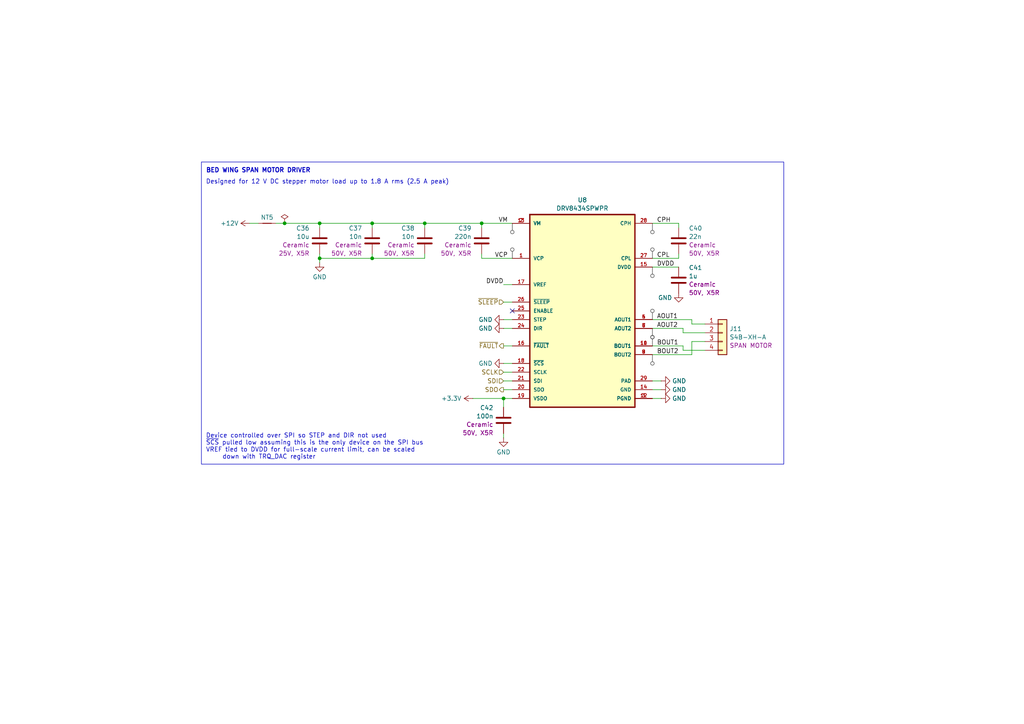
<source format=kicad_sch>
(kicad_sch (version 20250114) (generator "eeschema") (generator_version "9.0")
  (paper "A4")
  (title_block (title "Bed Lift Controller") (date "2025-10") (rev "v0.2") (company "Brown Studios LLC"))
  (lib_symbols
    (symbol "Connector_Generic:Conn_01x04" (pin_names (offset 1.016) (hide yes))
      (property "Reference" "J" (at 0 5.08 0))
      (property "Value" "Conn_01x04" (at 0 -7.62 0))
      (symbol "Conn_01x04_1_1"
        (rectangle (start -1.27 3.81) (end 1.27 -6.35) (stroke (width 0.254)) (fill (type background)))
        (rectangle (start -1.27 2.667) (end 0 2.413) (stroke (width 0.1524)))
        (rectangle (start -1.27 0.127) (end 0 -0.127) (stroke (width 0.1524)))
        (rectangle (start -1.27 -2.413) (end 0 -2.667) (stroke (width 0.1524)))
        (rectangle (start -1.27 -4.953) (end 0 -5.207) (stroke (width 0.1524)))
        (pin passive line (at -5.08 2.54 0) (length 3.81) (name "Pin_1") (number "1"))
        (pin passive line (at -5.08 0 0) (length 3.81) (name "Pin_2") (number "2"))
        (pin passive line (at -5.08 -2.54 0) (length 3.81) (name "Pin_3") (number "3"))
        (pin passive line (at -5.08 -5.08 0) (length 3.81) (name "Pin_4") (number "4"))
      )
    )
    (symbol "DRV8434SPWPR:DRV8434SPWPR" (pin_names (offset 1.016))
      (property "Reference" "U" (at -14.986 31.242 0))
      (property "Value" "DRV8434SPWPR" (at -15.24 -29.4 0))
      (symbol "DRV8434SPWPR_0_0"
        (rectangle (start -15.24 30.48) (end 15.24 -25.4) (stroke (width 0.41)) (fill (type background)))
        (pin power_in line (at -20.32 27.94 0) (length 5.08) (name "VM") (number "2"))
        (pin power_out line (at -20.32 17.78 0) (length 5.08) (name "VCP") (number "1"))
        (pin input line (at -20.32 10.16 0) (length 5.08) (name "VREF") (number "17"))
        (pin input line (at -20.32 5.08 0) (length 5.08) (name "~{SLEEP}") (number "26"))
        (pin input line (at -20.32 2.54 0) (length 5.08) (name "ENABLE") (number "25"))
        (pin input line (at -20.32 -2.54 0) (length 5.08) (name "DIR") (number "24"))
        (pin power_out line (at 20.32 27.94 180) (length 5.08) (name "CPH") (number "28"))
        (pin power_out line (at 20.32 17.78 180) (length 5.08) (name "CPL") (number "27"))
        (pin passive line (at 20.32 -17.78 180) (length 5.08) (name "PAD") (number "29"))
        (pin power_in line (at 20.32 -20.32 180) (length 5.08) (name "GND") (number "14"))
        (pin power_in line (at 20.32 -22.86 180) (length 5.08) (name "PGND") (number "3"))
      )
      (symbol "DRV8434SPWPR_1_0"
        (pin power_in line (at -20.32 27.94 0) (length 5.08) (name "VM") (number "13"))
        (pin input line (at -20.32 0 0) (length 5.08) (name "STEP") (number "23"))
        (pin open_collector line (at -20.32 -7.62 0) (length 5.08) (name "~{FAULT}") (number "16"))
        (pin input line (at -20.32 -12.7 0) (length 5.08) (name "~{SCS}") (number "18"))
        (pin input line (at -20.32 -15.24 0) (length 5.08) (name "SCLK") (number "22"))
        (pin input line (at -20.32 -17.78 0) (length 5.08) (name "SDI") (number "21"))
        (pin output line (at -20.32 -20.32 0) (length 5.08) (name "SDO") (number "20"))
        (pin power_in line (at -20.32 -22.86 0) (length 5.08) (name "VSDO") (number "19"))
        (pin power_out line (at 20.32 15.24 180) (length 5.08) (name "DVDD") (number "15"))
        (pin power_out line (at 20.32 0 180) (length 5.08) (name "AOUT1") (number "4"))
        (pin power_out line (at 20.32 0 180) (length 5.08) (name "AOUT1") (number "5"))
        (pin power_out line (at 20.32 -2.54 180) (length 5.08) (name "AOUT2") (number "6"))
        (pin power_out line (at 20.32 -2.54 180) (length 5.08) (name "AOUT2") (number "7"))
        (pin power_out line (at 20.32 -7.62 180) (length 5.08) (name "BOUT1") (number "10"))
        (pin power_out line (at 20.32 -7.62 180) (length 5.08) (name "BOUT1") (number "11"))
        (pin power_out line (at 20.32 -10.16 180) (length 5.08) (name "BOUT2") (number "8"))
        (pin power_out line (at 20.32 -10.16 180) (length 5.08) (name "BOUT2") (number "9"))
        (pin power_in line (at 20.32 -22.86 180) (length 5.08) (name "PGND") (number "12"))
      )
    )
    (symbol "Device:C" (pin_numbers (hide yes)) (pin_names (offset 0.254))
      (property "Reference" "C" (at 0.635 2.54 0))
      (property "Value" "C" (at 0.635 -2.54 0))
      (symbol "C_0_1"
        (polyline (pts (xy -2.032 0.762) (xy 2.032 0.762)) (stroke (width 0.508)))
        (polyline (pts (xy -2.032 -0.762) (xy 2.032 -0.762)) (stroke (width 0.508)))
      )
      (symbol "C_1_1"
        (pin passive line (at 0 3.81 270) (length 2.794) (name "~") (number "1"))
        (pin passive line (at 0 -3.81 90) (length 2.794) (name "~") (number "2"))
      )
    )
    (symbol "Device:NetTie_2" (pin_numbers (hide yes)) (pin_names (offset 0) (hide yes)) (in_bom no)
      (property "Reference" "NT" (at 0 1.27 0))
      (property "Value" "NetTie_2" (at 0 -1.27 0))
      (symbol "NetTie_2_0_1"
        (polyline (pts (xy -1.27 0) (xy 1.27 0)) (stroke (width 0.254)))
      )
      (symbol "NetTie_2_1_1"
        (pin passive line (at -2.54 0 0) (length 2.54) (name "1") (number "1"))
        (pin passive line (at 2.54 0 180) (length 2.54) (name "2") (number "2"))
      )
    )
    (symbol "power:+12V" (power) (pin_numbers (hide yes)) (pin_names (offset 0) (hide yes))
      (property "Value" "+12V" (at 0 3.556 0))
      (symbol "+12V_0_1"
        (polyline (pts (xy -0.762 1.27) (xy 0 2.54)))
        (polyline (pts (xy 0 2.54) (xy 0.762 1.27)))
        (polyline (pts (xy 0 0) (xy 0 2.54)))
      )
      (symbol "+12V_1_1"
        (pin power_in line (at 0 0 90) (length 0) (name "~") (number "1"))
      )
    )
    (symbol "power:+3.3V" (power) (pin_numbers (hide yes)) (pin_names (offset 0) (hide yes))
      (property "Value" "+3.3V" (at 0 3.556 0))
      (symbol "+3.3V_0_1"
        (polyline (pts (xy -0.762 1.27) (xy 0 2.54)))
        (polyline (pts (xy 0 2.54) (xy 0.762 1.27)))
        (polyline (pts (xy 0 0) (xy 0 2.54)))
      )
      (symbol "+3.3V_1_1"
        (pin power_in line (at 0 0 90) (length 0) (name "~") (number "1"))
      )
    )
    (symbol "power:GND" (power) (pin_numbers (hide yes)) (pin_names (offset 0) (hide yes))
      (property "Value" "GND" (at 0 -3.81 0))
      (symbol "GND_0_1"
        (polyline (pts (xy 0 0) (xy 0 -1.27) (xy 1.27 -1.27) (xy 0 -2.54) (xy -1.27 -1.27) (xy 0 -1.27)))
      )
      (symbol "GND_1_1"
        (pin power_in line (at 0 0 270) (length 0) (name "~") (number "1"))
      )
    )
    (symbol "power:PWR_FLAG" (power) (pin_numbers (hide yes)) (pin_names (offset 0) (hide yes))
      (property "Value" "PWR_FLAG" (at 0 3.81 0))
      (symbol "PWR_FLAG_0_0"
        (pin power_out line (at 0 0 90) (length 0) (name "~") (number "1"))
      )
      (symbol "PWR_FLAG_0_1"
        (polyline (pts (xy 0 0) (xy 0 1.27) (xy -1.016 1.905) (xy 0 2.54) (xy 1.016 1.905) (xy 0 1.27)))
      )
    )
  )
  (rectangle (start 58.42 46.99) (end 227.33 134.62))
  (text "Designed for 12 V DC stepper motor load up to 1.8 A rms (2.5 A peak)" (at 59.69 52.07 0) (effects (font (size 1.27 1.27)) (justify left top)))
  (text "BED WING SPAN MOTOR DRIVER" (at 59.69 49.53 0) (effects (font (size 1.27 1.27) (thickness 0.254) (bold yes)) (justify left)))
  (text "Device controlled over SPI so STEP and DIR not used\n~{SCS} pulled low assuming this is the only device on the SPI bus\nVREF tied to DVDD for full-scale current limit, can be scaled\n	down with TRQ_DAC register" (at 59.69 125.73 0) (effects (font (size 1.27 1.27)) (justify left top)))
  (junction (at 92.71 74.93))
  (junction (at 107.95 74.93))
  (junction (at 82.55 64.77))
  (junction (at 146.05 115.57))
  (junction (at 92.71 64.77))
  (junction (at 123.19 64.77))
  (junction (at 139.7 64.77))
  (junction (at 107.95 64.77))
  (no_connect (at 148.59 90.17))
  (wire (pts (xy 92.71 73.66) (xy 92.71 74.93)))
  (wire (pts (xy 146.05 82.55) (xy 148.59 82.55)))
  (wire (pts (xy 92.71 74.93) (xy 92.71 76.2)))
  (wire (pts (xy 189.23 102.87) (xy 200.66 102.87)))
  (wire (pts (xy 146.05 100.33) (xy 148.59 100.33)))
  (wire (pts (xy 107.95 74.93) (xy 107.95 73.66)))
  (wire (pts (xy 189.23 113.03) (xy 191.77 113.03)))
  (wire (pts (xy 189.23 77.47) (xy 196.85 77.47)))
  (wire (pts (xy 72.39 64.77) (xy 74.93 64.77)))
  (wire (pts (xy 200.66 93.98) (xy 200.66 92.71)))
  (wire (pts (xy 146.05 107.95) (xy 148.59 107.95)))
  (wire (pts (xy 189.23 92.71) (xy 200.66 92.71)))
  (wire (pts (xy 92.71 64.77) (xy 82.55 64.77)))
  (wire (pts (xy 189.23 115.57) (xy 191.77 115.57)))
  (wire (pts (xy 198.12 96.52) (xy 198.12 95.25)))
  (wire (pts (xy 92.71 64.77) (xy 92.71 66.04)))
  (wire (pts (xy 139.7 64.77) (xy 148.59 64.77)))
  (wire (pts (xy 92.71 64.77) (xy 107.95 64.77)))
  (wire (pts (xy 204.47 96.52) (xy 198.12 96.52)))
  (wire (pts (xy 123.19 64.77) (xy 123.19 66.04)))
  (wire (pts (xy 146.05 110.49) (xy 148.59 110.49)))
  (wire (pts (xy 196.85 66.04) (xy 196.85 64.77)))
  (wire (pts (xy 92.71 74.93) (xy 107.95 74.93)))
  (wire (pts (xy 146.05 95.25) (xy 148.59 95.25)))
  (wire (pts (xy 139.7 73.66) (xy 139.7 74.93)))
  (wire (pts (xy 189.23 74.93) (xy 196.85 74.93)))
  (wire (pts (xy 146.05 113.03) (xy 148.59 113.03)))
  (wire (pts (xy 139.7 66.04) (xy 139.7 64.77)))
  (wire (pts (xy 200.66 99.06) (xy 200.66 102.87)))
  (wire (pts (xy 204.47 101.6) (xy 198.12 101.6)))
  (wire (pts (xy 139.7 74.93) (xy 148.59 74.93)))
  (wire (pts (xy 189.23 64.77) (xy 196.85 64.77)))
  (wire (pts (xy 200.66 99.06) (xy 204.47 99.06)))
  (wire (pts (xy 146.05 105.41) (xy 148.59 105.41)))
  (wire (pts (xy 196.85 73.66) (xy 196.85 74.93)))
  (wire (pts (xy 107.95 64.77) (xy 123.19 64.77)))
  (wire (pts (xy 123.19 64.77) (xy 139.7 64.77)))
  (wire (pts (xy 107.95 74.93) (xy 123.19 74.93)))
  (wire (pts (xy 80.01 64.77) (xy 82.55 64.77)))
  (wire (pts (xy 146.05 115.57) (xy 146.05 118.11)))
  (wire (pts (xy 107.95 64.77) (xy 107.95 66.04)))
  (wire (pts (xy 123.19 73.66) (xy 123.19 74.93)))
  (wire (pts (xy 146.05 127) (xy 146.05 125.73)))
  (wire (pts (xy 189.23 100.33) (xy 198.12 100.33)))
  (wire (pts (xy 189.23 110.49) (xy 191.77 110.49)))
  (wire (pts (xy 137.16 115.57) (xy 146.05 115.57)))
  (wire (pts (xy 146.05 92.71) (xy 148.59 92.71)))
  (wire (pts (xy 204.47 93.98) (xy 200.66 93.98)))
  (wire (pts (xy 146.05 87.63) (xy 148.59 87.63)))
  (wire (pts (xy 198.12 101.6) (xy 198.12 100.33)))
  (wire (pts (xy 146.05 115.57) (xy 148.59 115.57)))
  (wire (pts (xy 189.23 95.25) (xy 198.12 95.25)))
  (label "CPL" (at 190.5 74.93 0))
  (label "VCP" (at 147.32 74.93 180))
  (label "BOUT2" (at 190.5 102.87 0))
  (label "CPH" (at 190.5 64.77 0))
  (label "VM" (at 147.32 64.77 180))
  (label "AOUT2" (at 190.5 95.25 0))
  (label "DVDD" (at 146.05 82.55 180))
  (label "DVDD" (at 190.5 77.47 0))
  (label "BOUT1" (at 190.5 100.33 0))
  (label "AOUT1" (at 190.5 92.71 0))
  (hierarchical_label "~{SLEEP}" (shape input) (at 146.05 87.63 180))
  (hierarchical_label "~{FAULT}" (shape output) (at 146.05 100.33 180))
  (hierarchical_label "SDO" (shape output) (at 146.05 113.03 180))
  (hierarchical_label "SCLK" (shape input) (at 146.05 107.95 180))
  (hierarchical_label "SDI" (shape input) (at 146.05 110.49 180))
  (netclass_flag "" (length 2.54) (shape round) (at 189.23 95.25 180) (property "Netclass" "Power-2A" (effects (hide yes))))
  (netclass_flag "" (length 2.54) (shape round) (at 189.23 64.77 180) (property "Netclass" "Power" (effects (hide yes))))
  (netclass_flag "" (length 2.54) (shape round) (at 148.59 64.77 180) (property "Netclass" "Power-2A" (effects (hide yes))))
  (netclass_flag "" (length 2.54) (shape round) (at 189.23 74.93 0) (property "Netclass" "Power" (effects (hide yes))))
  (netclass_flag "" (length 2.54) (shape round) (at 148.59 74.93 0) (property "Netclass" "Power" (effects (hide yes))))
  (netclass_flag "" (length 2.54) (shape round) (at 189.23 100.33 0) (property "Netclass" "Power-2A" (effects (hide yes))))
  (netclass_flag "" (length 2.54) (shape round) (at 189.23 102.87 180) (property "Netclass" "Power-2A" (effects (hide yes))))
  (netclass_flag "" (length 2.54) (shape round) (at 189.23 77.47 180) (property "Netclass" "Power" (effects (hide yes))))
  (netclass_flag "" (length 2.54) (shape round) (at 189.23 92.71 0) (property "Netclass" "Power-2A" (effects (hide yes))))
  (symbol (lib_id "power:GND") (at 146.05 105.41 270) (mirror x) (unit 1)
    (property "Reference" "#PWR046" (effects (hide yes)))
    (property "Value" "GND" (at 142.8751 105.41 90) (effects (justify right)))
    (property "Description" "Power symbol creates a global label with name \"GND\" , ground" (effects (hide yes)))
    (instances (project "bed-lift" (path "" (reference "#PWR057") (unit 1)) (path "" (reference "#PWR068") (unit 1)) (path "" (reference "#PWR046") (unit 1)) (path "" (reference "#PWR079") (unit 1))))
  )
  (symbol (lib_id "Device:NetTie_2") (at 77.47 64.77 0) (unit 1) (in_bom no)
    (property "Reference" "NT4" (at 77.47 63.0499 0))
    (property "Value" "NetTie_2" (effects (hide yes)))
    (property "Footprint" "Generic:NetTie-2_SMD_Pad1.5mm" (effects (hide yes)))
    (property "Description" "Net tie, 2 pins" (effects (hide yes)))
    (instances (project "bed-lift" (path "" (reference "NT5") (unit 1)) (path "" (reference "NT6") (unit 1)) (path "" (reference "NT4") (unit 1)) (path "" (reference "NT7") (unit 1))))
  )
  (symbol (lib_id "power:GND") (at 146.05 92.71 270) (mirror x) (unit 1)
    (property "Reference" "#PWR044" (effects (hide yes)))
    (property "Value" "GND" (at 142.8751 92.71 90) (effects (justify right)))
    (property "Description" "Power symbol creates a global label with name \"GND\" , ground" (effects (hide yes)))
    (instances (project "bed-lift" (path "" (reference "#PWR055") (unit 1)) (path "" (reference "#PWR066") (unit 1)) (path "" (reference "#PWR044") (unit 1)) (path "" (reference "#PWR077") (unit 1))))
  )
  (symbol (lib_id "power:GND") (at 146.05 127 0) (unit 1)
    (property "Reference" "#PWR051" (effects (hide yes)))
    (property "Value" "GND" (at 146.05 131.1331 0))
    (property "Description" "Power symbol creates a global label with name \"GND\" , ground" (effects (hide yes)))
    (instances (project "bed-lift" (path "" (reference "#PWR062") (unit 1)) (path "" (reference "#PWR073") (unit 1)) (path "" (reference "#PWR051") (unit 1)) (path "" (reference "#PWR084") (unit 1))))
  )
  (symbol (lib_id "power:GND") (at 191.77 110.49 90) (unit 1)
    (property "Reference" "#PWR047" (effects (hide yes)))
    (property "Value" "GND" (at 194.945 110.49 90) (effects (justify right)))
    (property "Description" "Power symbol creates a global label with name \"GND\" , ground" (effects (hide yes)))
    (instances (project "bed-lift" (path "" (reference "#PWR058") (unit 1)) (path "" (reference "#PWR069") (unit 1)) (path "" (reference "#PWR047") (unit 1)) (path "" (reference "#PWR080") (unit 1))))
  )
  (symbol (lib_id "power:+12V") (at 72.39 64.77 90) (unit 1)
    (property "Reference" "#PWR041" (effects (hide yes)))
    (property "Value" "+12V" (at 69.215 64.77 90) (effects (justify left)))
    (property "Description" "Power symbol creates a global label with name \"+12V\"" (effects (hide yes)))
    (instances (project "bed-lift" (path "" (reference "#PWR052") (unit 1)) (path "" (reference "#PWR063") (unit 1)) (path "" (reference "#PWR041") (unit 1)) (path "" (reference "#PWR074") (unit 1))))
  )
  (symbol (lib_id "Device:C") (at 196.85 69.85 0) (unit 1)
    (property "Reference" "C33" (at 199.771 66.2135 0) (effects (justify left)))
    (property "Value" "22n" (at 199.771 68.6378 0) (effects (justify left)))
    (property "Footprint" "Capacitor_SMD:C_0603_1608Metric" (effects (hide yes)))
    (property "Description" "Unpolarized capacitor" (effects (hide yes)))
    (property "Type" "Ceramic" (at 199.771 71.0621 0) (effects (justify left)))
    (property "Rating" "50V, X5R" (at 199.771 73.4864 0) (effects (justify left)))
    (property "LCSC" "C21122" (effects (hide yes)))
    (instances (project "bed-lift" (path "" (reference "C40") (unit 1)) (path "" (reference "C47") (unit 1)) (path "" (reference "C33") (unit 1)) (path "" (reference "C54") (unit 1))))
  )
  (symbol (lib_id "Device:C") (at 123.19 69.85 0) (mirror y) (unit 1)
    (property "Reference" "C31" (at 120.269 66.2135 0) (effects (justify left)))
    (property "Value" "10n" (at 120.269 68.6378 0) (effects (justify left)))
    (property "Footprint" "Capacitor_SMD:C_0603_1608Metric" (effects (hide yes)))
    (property "Description" "Unpolarized capacitor" (effects (hide yes)))
    (property "Type" "Ceramic" (at 120.269 71.0621 0) (effects (justify left)))
    (property "Rating" "50V, X5R" (at 120.269 73.4864 0) (effects (justify left)))
    (property "LCSC" "C57112" (effects (hide yes)))
    (instances (project "bed-lift" (path "" (reference "C38") (unit 1)) (path "" (reference "C45") (unit 1)) (path "" (reference "C31") (unit 1)) (path "" (reference "C52") (unit 1))))
  )
  (symbol (lib_id "Device:C") (at 146.05 121.92 0) (mirror y) (unit 1)
    (property "Reference" "C35" (at 143.129 118.2835 0) (effects (justify left)))
    (property "Value" "100n" (at 143.129 120.7078 0) (effects (justify left)))
    (property "Footprint" "Capacitor_SMD:C_0603_1608Metric" (effects (hide yes)))
    (property "Description" "Unpolarized capacitor" (effects (hide yes)))
    (property "Type" "Ceramic" (at 143.129 123.1321 0) (effects (justify left)))
    (property "Rating" "50V, X5R" (at 143.129 125.5564 0) (effects (justify left)))
    (property "LCSC" "C14663" (effects (hide yes)))
    (instances (project "bed-lift" (path "" (reference "C42") (unit 1)) (path "" (reference "C49") (unit 1)) (path "" (reference "C35") (unit 1)) (path "" (reference "C56") (unit 1))))
  )
  (symbol (lib_id "Device:C") (at 196.85 81.28 0) (unit 1)
    (property "Reference" "C34" (at 199.771 77.6435 0) (effects (justify left)))
    (property "Value" "1u" (at 199.771 80.0678 0) (effects (justify left)))
    (property "Footprint" "Capacitor_SMD:C_0603_1608Metric" (effects (hide yes)))
    (property "Description" "Unpolarized capacitor" (effects (hide yes)))
    (property "Type" "Ceramic" (at 199.771 82.4921 0) (effects (justify left)))
    (property "Rating" "50V, X5R" (at 199.771 84.9164 0) (effects (justify left)))
    (property "LCSC" "C15849" (effects (hide yes)))
    (instances (project "bed-lift" (path "" (reference "C41") (unit 1)) (path "" (reference "C48") (unit 1)) (path "" (reference "C34") (unit 1)) (path "" (reference "C55") (unit 1))))
  )
  (symbol (lib_id "Device:C") (at 92.71 69.85 0) (mirror x) (unit 1)
    (property "Reference" "C29" (at 89.789 66.2135 0) (effects (justify right)))
    (property "Value" "10u" (at 89.789 68.6378 0) (effects (justify right)))
    (property "Footprint" "Capacitor_SMD:C_0805_2012Metric" (effects (hide yes)))
    (property "Description" "Unpolarized capacitor" (effects (hide yes)))
    (property "Type" "Ceramic" (at 89.789 71.0621 0) (effects (justify right)))
    (property "Rating" "25V, X5R" (at 89.789 73.4864 0) (effects (justify right)))
    (property "LCSC" "C15850" (effects (hide yes)))
    (instances (project "bed-lift" (path "" (reference "C36") (unit 1)) (path "" (reference "C43") (unit 1)) (path "" (reference "C29") (unit 1)) (path "" (reference "C50") (unit 1))))
  )
  (symbol (lib_id "power:GND") (at 92.71 76.2 0) (unit 1)
    (property "Reference" "#PWR042" (effects (hide yes)))
    (property "Value" "GND" (at 92.71 80.3331 0))
    (property "Description" "Power symbol creates a global label with name \"GND\" , ground" (effects (hide yes)))
    (instances (project "bed-lift" (path "" (reference "#PWR053") (unit 1)) (path "" (reference "#PWR064") (unit 1)) (path "" (reference "#PWR042") (unit 1)) (path "" (reference "#PWR075") (unit 1))))
  )
  (symbol (lib_id "power:GND") (at 191.77 113.03 90) (unit 1)
    (property "Reference" "#PWR048" (effects (hide yes)))
    (property "Value" "GND" (at 194.945 113.03 90) (effects (justify right)))
    (property "Description" "Power symbol creates a global label with name \"GND\" , ground" (effects (hide yes)))
    (instances (project "bed-lift" (path "" (reference "#PWR059") (unit 1)) (path "" (reference "#PWR070") (unit 1)) (path "" (reference "#PWR048") (unit 1)) (path "" (reference "#PWR081") (unit 1))))
  )
  (symbol (lib_id "power:GND") (at 146.05 95.25 270) (mirror x) (unit 1)
    (property "Reference" "#PWR045" (effects (hide yes)))
    (property "Value" "GND" (at 142.8751 95.25 90) (effects (justify right)))
    (property "Description" "Power symbol creates a global label with name \"GND\" , ground" (effects (hide yes)))
    (instances (project "bed-lift" (path "" (reference "#PWR056") (unit 1)) (path "" (reference "#PWR067") (unit 1)) (path "" (reference "#PWR045") (unit 1)) (path "" (reference "#PWR078") (unit 1))))
  )
  (symbol (lib_id "power:GND") (at 191.77 115.57 90) (unit 1)
    (property "Reference" "#PWR050" (effects (hide yes)))
    (property "Value" "GND" (at 194.945 115.57 90) (effects (justify right)))
    (property "Description" "Power symbol creates a global label with name \"GND\" , ground" (effects (hide yes)))
    (instances (project "bed-lift" (path "" (reference "#PWR061") (unit 1)) (path "" (reference "#PWR072") (unit 1)) (path "" (reference "#PWR050") (unit 1)) (path "" (reference "#PWR083") (unit 1))))
  )
  (symbol (lib_id "power:+3.3V") (at 137.16 115.57 90) (unit 1)
    (property "Reference" "#PWR049" (effects (hide yes)))
    (property "Value" "+3.3V" (at 133.858 115.57 90) (effects (justify left)))
    (property "Description" "Power symbol creates a global label with name \"+3.3V\"" (effects (hide yes)))
    (instances (project "bed-lift" (path "" (reference "#PWR060") (unit 1)) (path "" (reference "#PWR071") (unit 1)) (path "" (reference "#PWR049") (unit 1)) (path "" (reference "#PWR082") (unit 1))))
  )
  (symbol (lib_id "Device:C") (at 107.95 69.85 0) (mirror y) (unit 1)
    (property "Reference" "C30" (at 105.029 66.2135 0) (effects (justify left)))
    (property "Value" "10n" (at 105.029 68.6378 0) (effects (justify left)))
    (property "Footprint" "Capacitor_SMD:C_0603_1608Metric" (effects (hide yes)))
    (property "Description" "Unpolarized capacitor" (effects (hide yes)))
    (property "Type" "Ceramic" (at 105.029 71.0621 0) (effects (justify left)))
    (property "Rating" "50V, X5R" (at 105.029 73.4864 0) (effects (justify left)))
    (property "LCSC" "C57112" (effects (hide yes)))
    (instances (project "bed-lift" (path "" (reference "C37") (unit 1)) (path "" (reference "C44") (unit 1)) (path "" (reference "C30") (unit 1)) (path "" (reference "C51") (unit 1))))
  )
  (symbol (lib_id "power:PWR_FLAG") (at 82.55 64.77 0) (unit 1)
    (property "Reference" "#FLG08" (effects (hide yes)))
    (property "Value" "PWR_FLAG" (effects (hide yes)))
    (property "Description" "Special symbol for telling ERC where power comes from" (effects (hide yes)))
    (instances (project "bed-lift" (path "" (reference "#FLG09") (unit 1)) (path "" (reference "#FLG010") (unit 1)) (path "" (reference "#FLG08") (unit 1)) (path "" (reference "#FLG011") (unit 1))))
  )
  (symbol (lib_id "Device:C") (at 139.7 69.85 0) (mirror y) (unit 1)
    (property "Reference" "C32" (at 136.779 66.2135 0) (effects (justify left)))
    (property "Value" "220n" (at 136.779 68.6378 0) (effects (justify left)))
    (property "Footprint" "Capacitor_SMD:C_0603_1608Metric" (effects (hide yes)))
    (property "Description" "Unpolarized capacitor" (effects (hide yes)))
    (property "Type" "Ceramic" (at 136.779 71.0621 0) (effects (justify left)))
    (property "Rating" "50V, X5R" (at 136.779 73.4864 0) (effects (justify left)))
    (property "LCSC" "C1603" (effects (hide yes)))
    (instances (project "bed-lift" (path "" (reference "C39") (unit 1)) (path "" (reference "C46") (unit 1)) (path "" (reference "C32") (unit 1)) (path "" (reference "C53") (unit 1))))
  )
  (symbol (lib_id "power:GND") (at 196.85 85.09 0) (mirror y) (unit 1)
    (property "Reference" "#PWR043" (effects (hide yes)))
    (property "Value" "GND" (at 194.9451 86.36 0) (effects (justify left)))
    (property "Description" "Power symbol creates a global label with name \"GND\" , ground" (effects (hide yes)))
    (instances (project "bed-lift" (path "" (reference "#PWR054") (unit 1)) (path "" (reference "#PWR065") (unit 1)) (path "" (reference "#PWR043") (unit 1)) (path "" (reference "#PWR076") (unit 1))))
  )
  (symbol (lib_id "Connector_Generic:Conn_01x04") (at 209.55 96.52 0) (unit 1)
    (property "Reference" "J10" (at 211.582 95.3657 0) (effects (justify left)))
    (property "Value" "S4B-XH-A" (at 211.582 97.79 0) (effects (justify left)))
    (property "Footprint" "Connector_JST:JST_XH_S4B-XH-A_1x04_P2.50mm_Horizontal" (effects (hide yes)))
    (property "Description" "Generic connector, single row, 01x04, script generated (kicad-library-utils/schlib/autogen/connector/)" (effects (hide yes)))
    (property "Label" "SPAN MOTOR" (at 211.582 100.2143 0) (effects (justify left)))
    (property "LCSC" "C157925" (effects (hide yes)))
    (property "FT Rotation Offset" "180" (effects (hide yes)))
    (instances (project "bed-lift" (path "" (reference "J11") (unit 1)) (path "" (reference "J12") (unit 1)) (path "" (reference "J10") (unit 1)) (path "" (reference "J13") (unit 1))))
  )
  (symbol (lib_id "DRV8434SPWPR:DRV8434SPWPR") (at 168.91 92.71 0) (unit 1)
    (property "Reference" "U7" (at 168.91 58.0075 0))
    (property "Value" "DRV8434SPWPR" (at 168.91 60.4318 0))
    (property "Footprint" "DRV8434SPWPR:HTSSOP-28 PWP0028M" (effects (hide yes)))
    (property "Datasheet" "https://www.ti.com/lit/ds/symlink/drv8434s.pdf" (effects (hide yes)))
    (property "PACKAGE" "HTSSOP-28 Texas Instruments" (effects (hide yes)))
    (property "MAXIMUM_PACKAGE_HEIGHT" "1.2mm" (effects (hide yes)))
    (property "MANUFACTURER" "Texas Instruments" (effects (hide yes)))
    (property "LCSC" "C3681202" (effects (hide yes)))
    (instances (project "bed-lift" (path "" (reference "U8") (unit 1)) (path "" (reference "U9") (unit 1)) (path "" (reference "U7") (unit 1)) (path "" (reference "U10") (unit 1))))
  )
)
</source>
